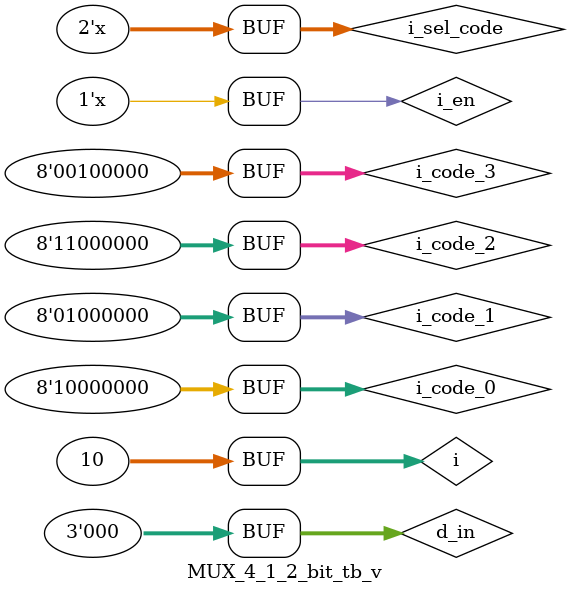
<source format=v>

`timescale 1ms/1ms

  
module MUX_4_1_2_bit_tb_v;
  
  reg        i_en;
  reg  [7:0] i_code_0;
  reg  [7:0] i_code_1;
  reg  [7:0] i_code_2;
  reg  [7:0] i_code_3;
  
  reg  [1:0] i_sel_code;
  wire [7:0] o_code;
  
  
  reg [2:0] d_in = 1'b0;
  integer i;
  
  // duv port map options:
  MUX_4_1_2_bit_v duv (.i_en(i_en), 
                                 .i_code_0(i_code_0),
                                 .i_code_1(i_code_1),
                                 .i_code_2(i_code_2),
                                 .i_code_3(i_code_3),
                                 .i_sel_code(i_sel_code),
                                 .o_code(o_code));
  // MUX_4_1_2_bit_v__cmpnt duv (.i_en(i_en), .i_code(i_code), .i_sel_code(i_sel_code), .o_f(o_f));
  
  //procedure statement
  initial begin
      
      for (i = 0 ; i < 10 ; i = i + 1) begin
        // #1000 i_sel_code[0] = d_in[0];
              // i_sel_code[1] = d_in[1];
              // i_sel_code[2] = d_in[2];
              // i_sel_code[3] = d_in[3];
              // i_en          = d_in[4];
        #1000 i_sel_code[0] = d_in[0];
              i_sel_code[1] = d_in[1];
              i_en          = d_in[2];
              
              i_code_0 = 8'b10000000;
              i_code_1 = 8'b01000000;
              i_code_2 = 8'b11000000;
              i_code_3 = 8'b00100000;
        

        // i_sel_code[0] = d_in[1]; o_code = d_in[2]; i_d = d_in[3]; o_codes = d_in[4]; i_n_cs_0 = d_in[5]; ;
        d_in = d_in + 1;
      end
          
    end

endmodule












</source>
